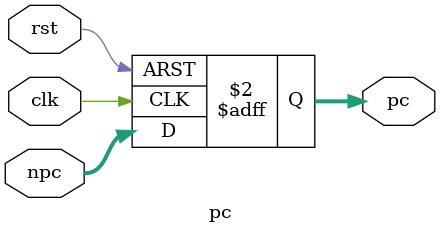
<source format=v>
module pc(clk,rst,npc,pc);
    input         clk,rst ;           // clock and reset
    input  [31:0]   npc   ;
    output [31:0]   pc    ;
    reg    [31:0]   pc    ; 

    always@(posedge clk or posedge rst)
        if(rst)
          pc<=32'h0000_3000;     //reset the pc to 0x0000_3000
        else
          pc<=npc;               //output next pc
endmodule

</source>
